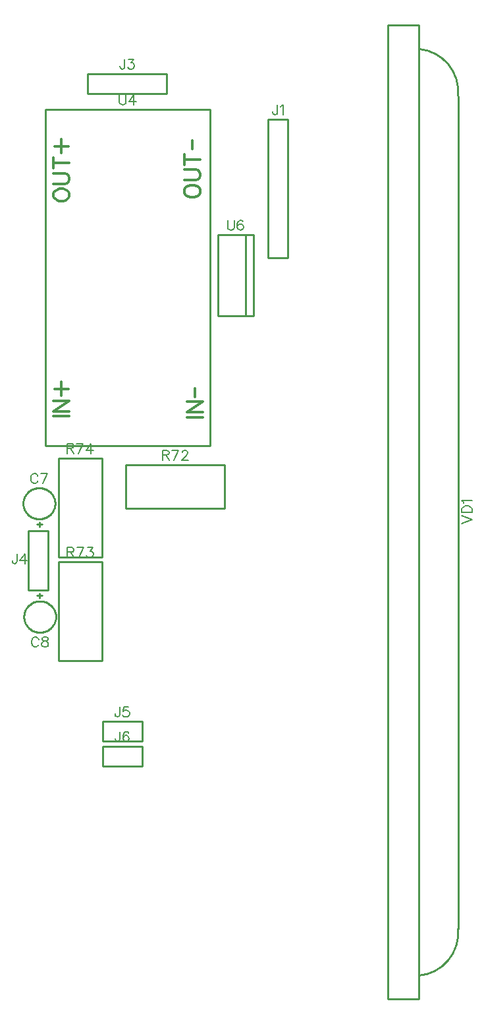
<source format=gbr>
G04 DipTrace 3.3.1.3*
G04 TopSilk.gbr*
%MOIN*%
G04 #@! TF.FileFunction,Legend,Top*
G04 #@! TF.Part,Single*
%ADD10C,0.009843*%
%ADD91C,0.00772*%
%ADD93C,0.012351*%
%FSLAX26Y26*%
G04*
G70*
G90*
G75*
G01*
G04 TopSilk*
%LPD*%
X555519Y2833021D2*
D10*
X531887D1*
X543703Y2821210D2*
Y2844832D1*
X461025Y2939320D2*
X461222Y2944813D1*
X461810Y2950279D1*
X462789Y2955691D1*
X464151Y2961024D1*
X465892Y2966251D1*
X468003Y2971347D1*
X470472Y2976286D1*
X473289Y2981046D1*
X476439Y2985603D1*
X479907Y2989933D1*
X483677Y2994018D1*
X487729Y2997836D1*
X492044Y3001368D1*
X496602Y3004599D1*
X501379Y3007511D1*
X506353Y3010091D1*
X511500Y3012327D1*
X516793Y3014207D1*
X522208Y3015721D1*
X527719Y3016864D1*
X533297Y3017629D1*
X538917Y3018012D1*
X544550D1*
X550170Y3017629D1*
X555749Y3016864D1*
X561259Y3015721D1*
X566674Y3014207D1*
X571968Y3012327D1*
X577114Y3010091D1*
X582088Y3007511D1*
X586865Y3004599D1*
X591423Y3001368D1*
X595738Y2997836D1*
X599791Y2994018D1*
X603560Y2989933D1*
X607028Y2985603D1*
X610178Y2981046D1*
X612995Y2976286D1*
X615465Y2971347D1*
X617575Y2966251D1*
X619316Y2961024D1*
X620679Y2955691D1*
X621657Y2950279D1*
X622246Y2944813D1*
X622442Y2939320D1*
X622246Y2933828D1*
X621657Y2928362D1*
X620679Y2922949D1*
X619316Y2917616D1*
X617575Y2912389D1*
X615465Y2907294D1*
X612995Y2902354D1*
X610178Y2897594D1*
X607028Y2893038D1*
X603560Y2888707D1*
X599791Y2884623D1*
X595738Y2880805D1*
X591423Y2877272D1*
X586865Y2874042D1*
X582088Y2871129D1*
X577114Y2868549D1*
X571968Y2866314D1*
X566674Y2864434D1*
X561259Y2862919D1*
X555749Y2861776D1*
X550170Y2861011D1*
X544550Y2860628D1*
X538917D1*
X533297Y2861011D1*
X527719Y2861776D1*
X522208Y2862919D1*
X516793Y2864434D1*
X511500Y2866314D1*
X506353Y2868549D1*
X501379Y2871129D1*
X496602Y2874042D1*
X492044Y2877272D1*
X487729Y2880805D1*
X483677Y2884623D1*
X479907Y2888707D1*
X476439Y2893038D1*
X473289Y2897594D1*
X470472Y2902354D1*
X468003Y2907294D1*
X465892Y2912389D1*
X464151Y2917616D1*
X462789Y2922949D1*
X461810Y2928362D1*
X461222Y2933828D1*
X461025Y2939320D1*
X531884Y2473130D2*
X555516D1*
X543700Y2484941D2*
Y2461319D1*
X464961Y2366831D2*
X465157Y2372323D1*
X465746Y2377789D1*
X466724Y2383202D1*
X468087Y2388534D1*
X469828Y2393761D1*
X471938Y2398857D1*
X474408Y2403797D1*
X477224Y2408557D1*
X480375Y2413113D1*
X483843Y2417444D1*
X487612Y2421528D1*
X491665Y2425346D1*
X495980Y2428879D1*
X500538Y2432109D1*
X505315Y2435022D1*
X510289Y2437602D1*
X515435Y2439837D1*
X520729Y2441717D1*
X526144Y2443232D1*
X531654Y2444375D1*
X537233Y2445140D1*
X542853Y2445523D1*
X548486D1*
X554106Y2445140D1*
X559684Y2444375D1*
X565194Y2443232D1*
X570610Y2441717D1*
X575903Y2439837D1*
X581050Y2437602D1*
X586024Y2435022D1*
X590801Y2432109D1*
X595359Y2428879D1*
X599674Y2425346D1*
X603726Y2421528D1*
X607496Y2417444D1*
X610964Y2413113D1*
X614114Y2408557D1*
X616931Y2403797D1*
X619400Y2398857D1*
X621511Y2393761D1*
X623251Y2388534D1*
X624614Y2383202D1*
X625593Y2377789D1*
X626181Y2372323D1*
X626378Y2366831D1*
X626181Y2361338D1*
X625593Y2355872D1*
X624614Y2350460D1*
X623251Y2345127D1*
X621511Y2339900D1*
X619400Y2334804D1*
X616931Y2329864D1*
X614114Y2325105D1*
X610964Y2320548D1*
X607496Y2316218D1*
X603726Y2312133D1*
X599674Y2308315D1*
X595359Y2304783D1*
X590801Y2301552D1*
X586024Y2298640D1*
X581050Y2296060D1*
X575903Y2293824D1*
X570610Y2291944D1*
X565194Y2290429D1*
X559684Y2289287D1*
X554106Y2288522D1*
X548486Y2288139D1*
X542853D1*
X537233Y2288522D1*
X531654Y2289287D1*
X526144Y2290429D1*
X520729Y2291944D1*
X515435Y2293824D1*
X510289Y2296060D1*
X505315Y2298640D1*
X500538Y2301552D1*
X495980Y2304783D1*
X491665Y2308315D1*
X487612Y2312133D1*
X483843Y2316218D1*
X480375Y2320548D1*
X477224Y2325105D1*
X474408Y2329864D1*
X471938Y2334804D1*
X469828Y2339900D1*
X468087Y2345127D1*
X466724Y2350460D1*
X465746Y2355872D1*
X465157Y2361338D1*
X464961Y2366831D1*
X1699951Y4181201D2*
X1799951D1*
X1699951Y4881201D2*
Y4181201D1*
Y4881201D2*
X1799951D1*
Y4181201D1*
X1187450Y5012450D2*
Y5112450D1*
X787450Y5012450D2*
X1187450D1*
X787450Y5112450D2*
X1187450D1*
X787450Y5012450D2*
Y5112450D1*
X487451Y2799951D2*
X587451D1*
Y2499951D1*
X487451D2*
X587451D1*
X487451Y2799951D2*
Y2499951D1*
X862451Y1837450D2*
Y1737450D1*
X1062451Y1837450D2*
X862451D1*
X1062451D2*
Y1737450D1*
X862451D1*
Y1712450D2*
Y1612450D1*
X1062451Y1712450D2*
X862451D1*
X1062451D2*
Y1612450D1*
X862451D1*
X1481202Y2914714D2*
X981202D1*
Y3135186D1*
X1481202D1*
Y2914714D1*
X639715Y2143701D2*
X860188D1*
Y2643701D1*
X639715D1*
Y2143701D1*
Y2668701D2*
X860188D1*
Y3168701D1*
X639715D1*
Y2668701D1*
X574965Y3231211D2*
X1406149D1*
Y4931211D1*
X574965D1*
Y3231211D1*
X1587200Y4298424D2*
Y3888975D1*
X1626626Y4298424D2*
Y3888975D1*
X1445524Y4298424D2*
Y3888975D1*
Y4298424D2*
X1626626D1*
X1445524Y3888975D2*
X1626626D1*
X2306841Y436073D2*
X2464336D1*
Y5357333D1*
X2306841D1*
Y436073D1*
X2465625Y5236762D2*
G02X2662494Y5000542I-19666J-216535D01*
G01*
X2465625Y552707D2*
G03X2662494Y788928I-19666J216535D01*
G01*
X2665109Y4999066D2*
Y786467D1*
X535202Y3079345D2*
D91*
X532826Y3084098D1*
X528017Y3088907D1*
X523264Y3091283D1*
X513702D1*
X508894Y3088907D1*
X504141Y3084098D1*
X501709Y3079345D1*
X499332Y3072160D1*
Y3060167D1*
X501709Y3053037D1*
X504141Y3048228D1*
X508894Y3043475D1*
X513702Y3041043D1*
X523264D1*
X528017Y3043475D1*
X532826Y3048228D1*
X535202Y3053037D1*
X560203Y3041043D2*
X584135Y3091228D1*
X550642D1*
X539166Y2252475D2*
X536789Y2257228D1*
X531981Y2262037D1*
X527227Y2264413D1*
X517666D1*
X512857Y2262037D1*
X508104Y2257228D1*
X505672Y2252475D1*
X503296Y2245290D1*
Y2233297D1*
X505672Y2226167D1*
X508104Y2221358D1*
X512857Y2216605D1*
X517666Y2214173D1*
X527227D1*
X531981Y2216605D1*
X536789Y2221358D1*
X539166Y2226167D1*
X566543Y2264358D2*
X559413Y2261982D1*
X556981Y2257228D1*
Y2252420D1*
X559413Y2247667D1*
X564166Y2245235D1*
X573728Y2242858D1*
X580913Y2240482D1*
X585666Y2235673D1*
X588043Y2230920D1*
Y2223735D1*
X585666Y2218982D1*
X583290Y2216550D1*
X576105Y2214173D1*
X566543D1*
X559413Y2216550D1*
X556981Y2218982D1*
X554605Y2223735D1*
Y2230920D1*
X556981Y2235673D1*
X561790Y2240482D1*
X568920Y2242858D1*
X578481Y2245235D1*
X583290Y2247667D1*
X585666Y2252420D1*
Y2257228D1*
X583290Y2261982D1*
X576105Y2264358D1*
X566543D1*
X1748201Y4954424D2*
Y4916177D1*
X1745824Y4908992D1*
X1743392Y4906616D1*
X1738639Y4904184D1*
X1733831D1*
X1729078Y4906616D1*
X1726701Y4908992D1*
X1724269Y4916177D1*
Y4920931D1*
X1763640Y4944807D2*
X1768449Y4947239D1*
X1775634Y4954369D1*
Y4904184D1*
X974950Y5185673D2*
Y5147427D1*
X972573Y5140242D1*
X970141Y5137865D1*
X965388Y5135433D1*
X960580D1*
X955826Y5137865D1*
X953450Y5140242D1*
X951018Y5147427D1*
Y5152180D1*
X995197Y5185618D2*
X1021450D1*
X1007136Y5166495D1*
X1014321D1*
X1019074Y5164118D1*
X1021450Y5161741D1*
X1023882Y5154556D1*
Y5149803D1*
X1021450Y5142618D1*
X1016697Y5137810D1*
X1009512Y5135433D1*
X1002327D1*
X995197Y5137810D1*
X992821Y5140242D1*
X990389Y5144995D1*
X430012Y2685675D2*
Y2647428D1*
X427635Y2640243D1*
X425204Y2637866D1*
X420450Y2635435D1*
X415642D1*
X410889Y2637866D1*
X408512Y2640243D1*
X406080Y2647428D1*
Y2652181D1*
X469383Y2635435D2*
Y2685619D1*
X445451Y2652181D1*
X481321D1*
X949951Y1910673D2*
Y1872427D1*
X947574Y1865242D1*
X945143Y1862865D1*
X940389Y1860433D1*
X935581D1*
X930828Y1862865D1*
X928451Y1865242D1*
X926019Y1872427D1*
Y1877180D1*
X994075Y1910618D2*
X970199D1*
X967822Y1889118D1*
X970199Y1891495D1*
X977384Y1893927D1*
X984514D1*
X991699Y1891495D1*
X996507Y1886741D1*
X998884Y1879556D1*
Y1874803D1*
X996507Y1867618D1*
X991699Y1862810D1*
X984514Y1860433D1*
X977384D1*
X970199Y1862810D1*
X967822Y1865242D1*
X965390Y1869995D1*
X951167Y1785673D2*
Y1747427D1*
X948790Y1740242D1*
X946358Y1737865D1*
X941605Y1735433D1*
X936797D1*
X932044Y1737865D1*
X929667Y1740242D1*
X927235Y1747427D1*
Y1752180D1*
X995291Y1778488D2*
X992914Y1783241D1*
X985729Y1785618D1*
X980976D1*
X973791Y1783241D1*
X968983Y1776056D1*
X966606Y1764118D1*
Y1752180D1*
X968983Y1742618D1*
X973791Y1737810D1*
X980976Y1735433D1*
X983353D1*
X990483Y1737810D1*
X995291Y1742618D1*
X997668Y1749803D1*
Y1752180D1*
X995291Y1759365D1*
X990483Y1764118D1*
X983353Y1766495D1*
X980976D1*
X973791Y1764118D1*
X968983Y1759365D1*
X966606Y1752180D1*
X1165523Y3184478D2*
X1187023D1*
X1194208Y3186910D1*
X1196640Y3189286D1*
X1199016Y3194039D1*
Y3198848D1*
X1196640Y3203601D1*
X1194208Y3206033D1*
X1187023Y3208409D1*
X1165523D1*
Y3158169D1*
X1182270Y3184478D2*
X1199016Y3158169D1*
X1224017D2*
X1247949Y3208354D1*
X1214455D1*
X1265820Y3196416D2*
Y3198793D1*
X1268196Y3203601D1*
X1270573Y3205978D1*
X1275382Y3208354D1*
X1284943D1*
X1289696Y3205978D1*
X1292073Y3203601D1*
X1294505Y3198793D1*
Y3194039D1*
X1292073Y3189231D1*
X1287320Y3182101D1*
X1263388Y3158169D1*
X1296881D1*
X684272Y2692992D2*
X705772D1*
X712957Y2695424D1*
X715389Y2697801D1*
X717766Y2702554D1*
Y2707362D1*
X715389Y2712115D1*
X712957Y2714547D1*
X705772Y2716924D1*
X684272D1*
Y2666684D1*
X701019Y2692992D2*
X717766Y2666684D1*
X742766D2*
X766698Y2716869D1*
X733205D1*
X786946D2*
X813199D1*
X798884Y2697745D1*
X806069D1*
X810822Y2695369D1*
X813199Y2692992D1*
X815631Y2685807D1*
Y2681054D1*
X813199Y2673869D1*
X808446Y2669060D1*
X801261Y2666684D1*
X794076D1*
X786946Y2669060D1*
X784569Y2671492D1*
X782137Y2676245D1*
X683084Y3217992D2*
X704584D1*
X711769Y3220424D1*
X714201Y3222801D1*
X716577Y3227554D1*
Y3232362D1*
X714201Y3237115D1*
X711769Y3239547D1*
X704584Y3241924D1*
X683084D1*
Y3191684D1*
X699831Y3217992D2*
X716577Y3191684D1*
X741578D2*
X765510Y3241869D1*
X732016D1*
X804881Y3191684D2*
Y3241869D1*
X780949Y3208431D1*
X816819D1*
X948447Y5004434D2*
Y4968564D1*
X950823Y4961379D1*
X955632Y4956626D1*
X962817Y4954194D1*
X967570D1*
X974755Y4956626D1*
X979563Y4961379D1*
X981940Y4968564D1*
Y5004434D1*
X1021311Y4954194D2*
Y5004379D1*
X997379Y4970941D1*
X1033249D1*
X1496078Y4371647D2*
Y4335777D1*
X1498454Y4328592D1*
X1503263Y4323839D1*
X1510448Y4321407D1*
X1515201D1*
X1522386Y4323839D1*
X1527195Y4328592D1*
X1529571Y4335777D1*
Y4371647D1*
X1573695Y4364462D2*
X1571319Y4369215D1*
X1564134Y4371592D1*
X1559380D1*
X1552195Y4369215D1*
X1547387Y4362030D1*
X1545010Y4350092D1*
Y4338154D1*
X1547387Y4328592D1*
X1552195Y4323784D1*
X1559380Y4321407D1*
X1561757D1*
X1568887Y4323784D1*
X1573695Y4328592D1*
X1576072Y4335777D1*
Y4338154D1*
X1573695Y4345339D1*
X1568887Y4350092D1*
X1561757Y4352468D1*
X1559380D1*
X1552195Y4350092D1*
X1547387Y4345339D1*
X1545010Y4338154D1*
X2682068Y2839398D2*
X2732308Y2858521D1*
X2682068Y2877644D1*
Y2893083D2*
X2732308D1*
Y2909830D1*
X2729876Y2917015D1*
X2725123Y2921823D1*
X2720314Y2924200D1*
X2713184Y2926577D1*
X2701191D1*
X2694006Y2924200D1*
X2689253Y2921823D1*
X2684444Y2917015D1*
X2682068Y2909830D1*
Y2893083D1*
X2691685Y2942016D2*
X2689253Y2946824D1*
X2682123Y2954009D1*
X2732308D1*
X614575Y3381207D2*
D93*
X694959D1*
X614575Y3459499D2*
X694959D1*
X614575Y3405910D1*
X694959D1*
X620367Y3518602D2*
X689255D1*
X654855Y3484202D2*
Y3553090D1*
X1289553Y3374917D2*
X1369937D1*
X1289553Y3453209D2*
X1369937D1*
X1289553Y3399620D1*
X1369937D1*
X1329790Y3477912D2*
Y3522128D1*
X614575Y4491689D2*
X618378Y4483996D1*
X626071Y4476391D1*
X633676Y4472500D1*
X645172Y4468697D1*
X664362D1*
X675769Y4472500D1*
X683463Y4476391D1*
X691068Y4483996D1*
X694959Y4491689D1*
Y4506988D1*
X691068Y4514593D1*
X683463Y4522286D1*
X675769Y4526089D1*
X664362Y4529891D1*
X645172D1*
X633676Y4526089D1*
X626071Y4522286D1*
X618378Y4514593D1*
X614575Y4506988D1*
Y4491689D1*
Y4554594D2*
X671967D1*
X683463Y4558397D1*
X691068Y4566090D1*
X694959Y4577586D1*
Y4585191D1*
X691068Y4596687D1*
X683463Y4604381D1*
X671967Y4608184D1*
X614575D1*
Y4659681D2*
X694959D1*
X614575Y4632886D2*
Y4686476D1*
X620367Y4745578D2*
X689255D1*
X654855Y4711178D2*
Y4780066D1*
X1277077Y4510389D2*
X1280879Y4502696D1*
X1288573Y4495091D1*
X1296178Y4491200D1*
X1307674Y4487397D1*
X1326864D1*
X1338271Y4491200D1*
X1345965Y4495091D1*
X1353570Y4502696D1*
X1357461Y4510389D1*
Y4525688D1*
X1353570Y4533293D1*
X1345965Y4540986D1*
X1338271Y4544789D1*
X1326864Y4548591D1*
X1307674D1*
X1296178Y4544789D1*
X1288573Y4540986D1*
X1280880Y4533293D1*
X1277077Y4525688D1*
Y4510389D1*
Y4573294D2*
X1334469D1*
X1345965Y4577097D1*
X1353570Y4584790D1*
X1357461Y4596286D1*
Y4603891D1*
X1353570Y4615387D1*
X1345965Y4623081D1*
X1334469Y4626884D1*
X1277077D1*
Y4678381D2*
X1357461D1*
X1277077Y4651586D2*
Y4705176D1*
X1317313Y4729878D2*
Y4774094D1*
M02*

</source>
